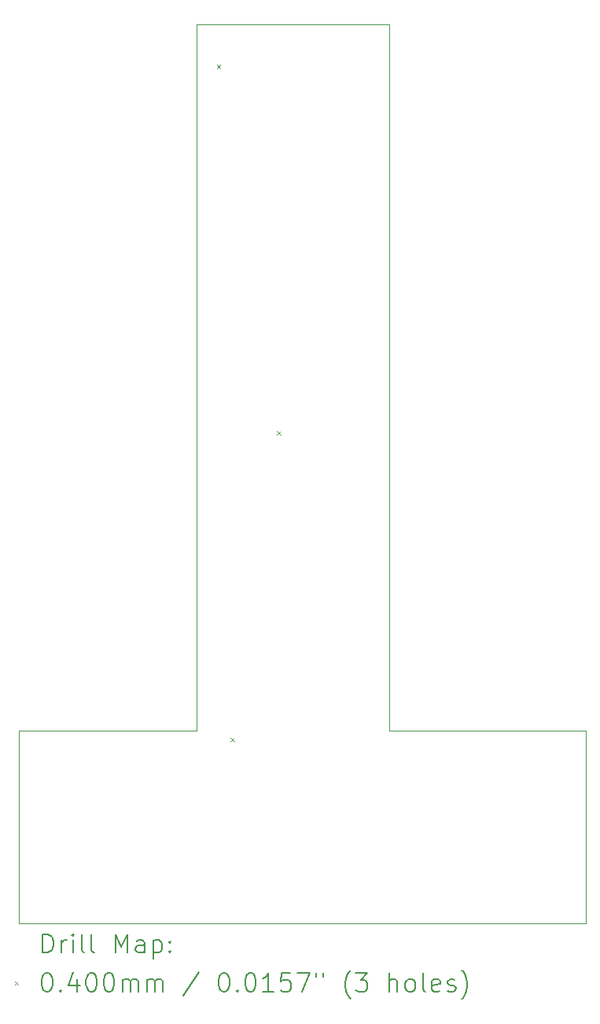
<source format=gbr>
%TF.GenerationSoftware,KiCad,Pcbnew,8.0.4*%
%TF.CreationDate,2024-07-29T14:44:43-07:00*%
%TF.ProjectId,3board_c,33626f61-7264-45f6-932e-6b696361645f,rev?*%
%TF.SameCoordinates,Original*%
%TF.FileFunction,Drillmap*%
%TF.FilePolarity,Positive*%
%FSLAX45Y45*%
G04 Gerber Fmt 4.5, Leading zero omitted, Abs format (unit mm)*
G04 Created by KiCad (PCBNEW 8.0.4) date 2024-07-29 14:44:43*
%MOMM*%
%LPD*%
G01*
G04 APERTURE LIST*
%ADD10C,0.100000*%
%ADD11C,0.200000*%
G04 APERTURE END LIST*
D10*
X15786000Y-2000000D02*
X15786000Y-9600000D01*
X11800000Y-9600000D02*
X13715000Y-9600000D01*
X17900000Y-9600000D02*
X17900000Y-11675000D01*
X15786000Y-9600000D02*
X17900000Y-9600000D01*
X13715000Y-9600000D02*
X13715000Y-2000000D01*
X11800000Y-11675000D02*
X11800000Y-9600000D01*
X13715000Y-2000000D02*
X15786000Y-2000000D01*
X17900000Y-11675000D02*
X11800000Y-11675000D01*
D11*
D10*
X13930000Y-2430000D02*
X13970000Y-2470000D01*
X13970000Y-2430000D02*
X13930000Y-2470000D01*
X14080000Y-9680000D02*
X14120000Y-9720000D01*
X14120000Y-9680000D02*
X14080000Y-9720000D01*
X14580000Y-6380000D02*
X14620000Y-6420000D01*
X14620000Y-6380000D02*
X14580000Y-6420000D01*
D11*
X12055777Y-11991484D02*
X12055777Y-11791484D01*
X12055777Y-11791484D02*
X12103396Y-11791484D01*
X12103396Y-11791484D02*
X12131967Y-11801008D01*
X12131967Y-11801008D02*
X12151015Y-11820055D01*
X12151015Y-11820055D02*
X12160539Y-11839103D01*
X12160539Y-11839103D02*
X12170062Y-11877198D01*
X12170062Y-11877198D02*
X12170062Y-11905769D01*
X12170062Y-11905769D02*
X12160539Y-11943865D01*
X12160539Y-11943865D02*
X12151015Y-11962912D01*
X12151015Y-11962912D02*
X12131967Y-11981960D01*
X12131967Y-11981960D02*
X12103396Y-11991484D01*
X12103396Y-11991484D02*
X12055777Y-11991484D01*
X12255777Y-11991484D02*
X12255777Y-11858150D01*
X12255777Y-11896246D02*
X12265301Y-11877198D01*
X12265301Y-11877198D02*
X12274824Y-11867674D01*
X12274824Y-11867674D02*
X12293872Y-11858150D01*
X12293872Y-11858150D02*
X12312920Y-11858150D01*
X12379586Y-11991484D02*
X12379586Y-11858150D01*
X12379586Y-11791484D02*
X12370062Y-11801008D01*
X12370062Y-11801008D02*
X12379586Y-11810531D01*
X12379586Y-11810531D02*
X12389110Y-11801008D01*
X12389110Y-11801008D02*
X12379586Y-11791484D01*
X12379586Y-11791484D02*
X12379586Y-11810531D01*
X12503396Y-11991484D02*
X12484348Y-11981960D01*
X12484348Y-11981960D02*
X12474824Y-11962912D01*
X12474824Y-11962912D02*
X12474824Y-11791484D01*
X12608158Y-11991484D02*
X12589110Y-11981960D01*
X12589110Y-11981960D02*
X12579586Y-11962912D01*
X12579586Y-11962912D02*
X12579586Y-11791484D01*
X12836729Y-11991484D02*
X12836729Y-11791484D01*
X12836729Y-11791484D02*
X12903396Y-11934341D01*
X12903396Y-11934341D02*
X12970062Y-11791484D01*
X12970062Y-11791484D02*
X12970062Y-11991484D01*
X13151015Y-11991484D02*
X13151015Y-11886722D01*
X13151015Y-11886722D02*
X13141491Y-11867674D01*
X13141491Y-11867674D02*
X13122443Y-11858150D01*
X13122443Y-11858150D02*
X13084348Y-11858150D01*
X13084348Y-11858150D02*
X13065301Y-11867674D01*
X13151015Y-11981960D02*
X13131967Y-11991484D01*
X13131967Y-11991484D02*
X13084348Y-11991484D01*
X13084348Y-11991484D02*
X13065301Y-11981960D01*
X13065301Y-11981960D02*
X13055777Y-11962912D01*
X13055777Y-11962912D02*
X13055777Y-11943865D01*
X13055777Y-11943865D02*
X13065301Y-11924817D01*
X13065301Y-11924817D02*
X13084348Y-11915293D01*
X13084348Y-11915293D02*
X13131967Y-11915293D01*
X13131967Y-11915293D02*
X13151015Y-11905769D01*
X13246253Y-11858150D02*
X13246253Y-12058150D01*
X13246253Y-11867674D02*
X13265301Y-11858150D01*
X13265301Y-11858150D02*
X13303396Y-11858150D01*
X13303396Y-11858150D02*
X13322443Y-11867674D01*
X13322443Y-11867674D02*
X13331967Y-11877198D01*
X13331967Y-11877198D02*
X13341491Y-11896246D01*
X13341491Y-11896246D02*
X13341491Y-11953388D01*
X13341491Y-11953388D02*
X13331967Y-11972436D01*
X13331967Y-11972436D02*
X13322443Y-11981960D01*
X13322443Y-11981960D02*
X13303396Y-11991484D01*
X13303396Y-11991484D02*
X13265301Y-11991484D01*
X13265301Y-11991484D02*
X13246253Y-11981960D01*
X13427205Y-11972436D02*
X13436729Y-11981960D01*
X13436729Y-11981960D02*
X13427205Y-11991484D01*
X13427205Y-11991484D02*
X13417682Y-11981960D01*
X13417682Y-11981960D02*
X13427205Y-11972436D01*
X13427205Y-11972436D02*
X13427205Y-11991484D01*
X13427205Y-11867674D02*
X13436729Y-11877198D01*
X13436729Y-11877198D02*
X13427205Y-11886722D01*
X13427205Y-11886722D02*
X13417682Y-11877198D01*
X13417682Y-11877198D02*
X13427205Y-11867674D01*
X13427205Y-11867674D02*
X13427205Y-11886722D01*
D10*
X11755000Y-12300000D02*
X11795000Y-12340000D01*
X11795000Y-12300000D02*
X11755000Y-12340000D01*
D11*
X12093872Y-12211484D02*
X12112920Y-12211484D01*
X12112920Y-12211484D02*
X12131967Y-12221008D01*
X12131967Y-12221008D02*
X12141491Y-12230531D01*
X12141491Y-12230531D02*
X12151015Y-12249579D01*
X12151015Y-12249579D02*
X12160539Y-12287674D01*
X12160539Y-12287674D02*
X12160539Y-12335293D01*
X12160539Y-12335293D02*
X12151015Y-12373388D01*
X12151015Y-12373388D02*
X12141491Y-12392436D01*
X12141491Y-12392436D02*
X12131967Y-12401960D01*
X12131967Y-12401960D02*
X12112920Y-12411484D01*
X12112920Y-12411484D02*
X12093872Y-12411484D01*
X12093872Y-12411484D02*
X12074824Y-12401960D01*
X12074824Y-12401960D02*
X12065301Y-12392436D01*
X12065301Y-12392436D02*
X12055777Y-12373388D01*
X12055777Y-12373388D02*
X12046253Y-12335293D01*
X12046253Y-12335293D02*
X12046253Y-12287674D01*
X12046253Y-12287674D02*
X12055777Y-12249579D01*
X12055777Y-12249579D02*
X12065301Y-12230531D01*
X12065301Y-12230531D02*
X12074824Y-12221008D01*
X12074824Y-12221008D02*
X12093872Y-12211484D01*
X12246253Y-12392436D02*
X12255777Y-12401960D01*
X12255777Y-12401960D02*
X12246253Y-12411484D01*
X12246253Y-12411484D02*
X12236729Y-12401960D01*
X12236729Y-12401960D02*
X12246253Y-12392436D01*
X12246253Y-12392436D02*
X12246253Y-12411484D01*
X12427205Y-12278150D02*
X12427205Y-12411484D01*
X12379586Y-12201960D02*
X12331967Y-12344817D01*
X12331967Y-12344817D02*
X12455777Y-12344817D01*
X12570062Y-12211484D02*
X12589110Y-12211484D01*
X12589110Y-12211484D02*
X12608158Y-12221008D01*
X12608158Y-12221008D02*
X12617682Y-12230531D01*
X12617682Y-12230531D02*
X12627205Y-12249579D01*
X12627205Y-12249579D02*
X12636729Y-12287674D01*
X12636729Y-12287674D02*
X12636729Y-12335293D01*
X12636729Y-12335293D02*
X12627205Y-12373388D01*
X12627205Y-12373388D02*
X12617682Y-12392436D01*
X12617682Y-12392436D02*
X12608158Y-12401960D01*
X12608158Y-12401960D02*
X12589110Y-12411484D01*
X12589110Y-12411484D02*
X12570062Y-12411484D01*
X12570062Y-12411484D02*
X12551015Y-12401960D01*
X12551015Y-12401960D02*
X12541491Y-12392436D01*
X12541491Y-12392436D02*
X12531967Y-12373388D01*
X12531967Y-12373388D02*
X12522443Y-12335293D01*
X12522443Y-12335293D02*
X12522443Y-12287674D01*
X12522443Y-12287674D02*
X12531967Y-12249579D01*
X12531967Y-12249579D02*
X12541491Y-12230531D01*
X12541491Y-12230531D02*
X12551015Y-12221008D01*
X12551015Y-12221008D02*
X12570062Y-12211484D01*
X12760539Y-12211484D02*
X12779586Y-12211484D01*
X12779586Y-12211484D02*
X12798634Y-12221008D01*
X12798634Y-12221008D02*
X12808158Y-12230531D01*
X12808158Y-12230531D02*
X12817682Y-12249579D01*
X12817682Y-12249579D02*
X12827205Y-12287674D01*
X12827205Y-12287674D02*
X12827205Y-12335293D01*
X12827205Y-12335293D02*
X12817682Y-12373388D01*
X12817682Y-12373388D02*
X12808158Y-12392436D01*
X12808158Y-12392436D02*
X12798634Y-12401960D01*
X12798634Y-12401960D02*
X12779586Y-12411484D01*
X12779586Y-12411484D02*
X12760539Y-12411484D01*
X12760539Y-12411484D02*
X12741491Y-12401960D01*
X12741491Y-12401960D02*
X12731967Y-12392436D01*
X12731967Y-12392436D02*
X12722443Y-12373388D01*
X12722443Y-12373388D02*
X12712920Y-12335293D01*
X12712920Y-12335293D02*
X12712920Y-12287674D01*
X12712920Y-12287674D02*
X12722443Y-12249579D01*
X12722443Y-12249579D02*
X12731967Y-12230531D01*
X12731967Y-12230531D02*
X12741491Y-12221008D01*
X12741491Y-12221008D02*
X12760539Y-12211484D01*
X12912920Y-12411484D02*
X12912920Y-12278150D01*
X12912920Y-12297198D02*
X12922443Y-12287674D01*
X12922443Y-12287674D02*
X12941491Y-12278150D01*
X12941491Y-12278150D02*
X12970063Y-12278150D01*
X12970063Y-12278150D02*
X12989110Y-12287674D01*
X12989110Y-12287674D02*
X12998634Y-12306722D01*
X12998634Y-12306722D02*
X12998634Y-12411484D01*
X12998634Y-12306722D02*
X13008158Y-12287674D01*
X13008158Y-12287674D02*
X13027205Y-12278150D01*
X13027205Y-12278150D02*
X13055777Y-12278150D01*
X13055777Y-12278150D02*
X13074824Y-12287674D01*
X13074824Y-12287674D02*
X13084348Y-12306722D01*
X13084348Y-12306722D02*
X13084348Y-12411484D01*
X13179586Y-12411484D02*
X13179586Y-12278150D01*
X13179586Y-12297198D02*
X13189110Y-12287674D01*
X13189110Y-12287674D02*
X13208158Y-12278150D01*
X13208158Y-12278150D02*
X13236729Y-12278150D01*
X13236729Y-12278150D02*
X13255777Y-12287674D01*
X13255777Y-12287674D02*
X13265301Y-12306722D01*
X13265301Y-12306722D02*
X13265301Y-12411484D01*
X13265301Y-12306722D02*
X13274824Y-12287674D01*
X13274824Y-12287674D02*
X13293872Y-12278150D01*
X13293872Y-12278150D02*
X13322443Y-12278150D01*
X13322443Y-12278150D02*
X13341491Y-12287674D01*
X13341491Y-12287674D02*
X13351015Y-12306722D01*
X13351015Y-12306722D02*
X13351015Y-12411484D01*
X13741491Y-12201960D02*
X13570063Y-12459103D01*
X13998634Y-12211484D02*
X14017682Y-12211484D01*
X14017682Y-12211484D02*
X14036729Y-12221008D01*
X14036729Y-12221008D02*
X14046253Y-12230531D01*
X14046253Y-12230531D02*
X14055777Y-12249579D01*
X14055777Y-12249579D02*
X14065301Y-12287674D01*
X14065301Y-12287674D02*
X14065301Y-12335293D01*
X14065301Y-12335293D02*
X14055777Y-12373388D01*
X14055777Y-12373388D02*
X14046253Y-12392436D01*
X14046253Y-12392436D02*
X14036729Y-12401960D01*
X14036729Y-12401960D02*
X14017682Y-12411484D01*
X14017682Y-12411484D02*
X13998634Y-12411484D01*
X13998634Y-12411484D02*
X13979586Y-12401960D01*
X13979586Y-12401960D02*
X13970063Y-12392436D01*
X13970063Y-12392436D02*
X13960539Y-12373388D01*
X13960539Y-12373388D02*
X13951015Y-12335293D01*
X13951015Y-12335293D02*
X13951015Y-12287674D01*
X13951015Y-12287674D02*
X13960539Y-12249579D01*
X13960539Y-12249579D02*
X13970063Y-12230531D01*
X13970063Y-12230531D02*
X13979586Y-12221008D01*
X13979586Y-12221008D02*
X13998634Y-12211484D01*
X14151015Y-12392436D02*
X14160539Y-12401960D01*
X14160539Y-12401960D02*
X14151015Y-12411484D01*
X14151015Y-12411484D02*
X14141491Y-12401960D01*
X14141491Y-12401960D02*
X14151015Y-12392436D01*
X14151015Y-12392436D02*
X14151015Y-12411484D01*
X14284348Y-12211484D02*
X14303396Y-12211484D01*
X14303396Y-12211484D02*
X14322444Y-12221008D01*
X14322444Y-12221008D02*
X14331967Y-12230531D01*
X14331967Y-12230531D02*
X14341491Y-12249579D01*
X14341491Y-12249579D02*
X14351015Y-12287674D01*
X14351015Y-12287674D02*
X14351015Y-12335293D01*
X14351015Y-12335293D02*
X14341491Y-12373388D01*
X14341491Y-12373388D02*
X14331967Y-12392436D01*
X14331967Y-12392436D02*
X14322444Y-12401960D01*
X14322444Y-12401960D02*
X14303396Y-12411484D01*
X14303396Y-12411484D02*
X14284348Y-12411484D01*
X14284348Y-12411484D02*
X14265301Y-12401960D01*
X14265301Y-12401960D02*
X14255777Y-12392436D01*
X14255777Y-12392436D02*
X14246253Y-12373388D01*
X14246253Y-12373388D02*
X14236729Y-12335293D01*
X14236729Y-12335293D02*
X14236729Y-12287674D01*
X14236729Y-12287674D02*
X14246253Y-12249579D01*
X14246253Y-12249579D02*
X14255777Y-12230531D01*
X14255777Y-12230531D02*
X14265301Y-12221008D01*
X14265301Y-12221008D02*
X14284348Y-12211484D01*
X14541491Y-12411484D02*
X14427206Y-12411484D01*
X14484348Y-12411484D02*
X14484348Y-12211484D01*
X14484348Y-12211484D02*
X14465301Y-12240055D01*
X14465301Y-12240055D02*
X14446253Y-12259103D01*
X14446253Y-12259103D02*
X14427206Y-12268627D01*
X14722444Y-12211484D02*
X14627206Y-12211484D01*
X14627206Y-12211484D02*
X14617682Y-12306722D01*
X14617682Y-12306722D02*
X14627206Y-12297198D01*
X14627206Y-12297198D02*
X14646253Y-12287674D01*
X14646253Y-12287674D02*
X14693872Y-12287674D01*
X14693872Y-12287674D02*
X14712920Y-12297198D01*
X14712920Y-12297198D02*
X14722444Y-12306722D01*
X14722444Y-12306722D02*
X14731967Y-12325769D01*
X14731967Y-12325769D02*
X14731967Y-12373388D01*
X14731967Y-12373388D02*
X14722444Y-12392436D01*
X14722444Y-12392436D02*
X14712920Y-12401960D01*
X14712920Y-12401960D02*
X14693872Y-12411484D01*
X14693872Y-12411484D02*
X14646253Y-12411484D01*
X14646253Y-12411484D02*
X14627206Y-12401960D01*
X14627206Y-12401960D02*
X14617682Y-12392436D01*
X14798634Y-12211484D02*
X14931967Y-12211484D01*
X14931967Y-12211484D02*
X14846253Y-12411484D01*
X14998634Y-12211484D02*
X14998634Y-12249579D01*
X15074825Y-12211484D02*
X15074825Y-12249579D01*
X15370063Y-12487674D02*
X15360539Y-12478150D01*
X15360539Y-12478150D02*
X15341491Y-12449579D01*
X15341491Y-12449579D02*
X15331968Y-12430531D01*
X15331968Y-12430531D02*
X15322444Y-12401960D01*
X15322444Y-12401960D02*
X15312920Y-12354341D01*
X15312920Y-12354341D02*
X15312920Y-12316246D01*
X15312920Y-12316246D02*
X15322444Y-12268627D01*
X15322444Y-12268627D02*
X15331968Y-12240055D01*
X15331968Y-12240055D02*
X15341491Y-12221008D01*
X15341491Y-12221008D02*
X15360539Y-12192436D01*
X15360539Y-12192436D02*
X15370063Y-12182912D01*
X15427206Y-12211484D02*
X15551015Y-12211484D01*
X15551015Y-12211484D02*
X15484348Y-12287674D01*
X15484348Y-12287674D02*
X15512920Y-12287674D01*
X15512920Y-12287674D02*
X15531968Y-12297198D01*
X15531968Y-12297198D02*
X15541491Y-12306722D01*
X15541491Y-12306722D02*
X15551015Y-12325769D01*
X15551015Y-12325769D02*
X15551015Y-12373388D01*
X15551015Y-12373388D02*
X15541491Y-12392436D01*
X15541491Y-12392436D02*
X15531968Y-12401960D01*
X15531968Y-12401960D02*
X15512920Y-12411484D01*
X15512920Y-12411484D02*
X15455777Y-12411484D01*
X15455777Y-12411484D02*
X15436729Y-12401960D01*
X15436729Y-12401960D02*
X15427206Y-12392436D01*
X15789110Y-12411484D02*
X15789110Y-12211484D01*
X15874825Y-12411484D02*
X15874825Y-12306722D01*
X15874825Y-12306722D02*
X15865301Y-12287674D01*
X15865301Y-12287674D02*
X15846253Y-12278150D01*
X15846253Y-12278150D02*
X15817682Y-12278150D01*
X15817682Y-12278150D02*
X15798634Y-12287674D01*
X15798634Y-12287674D02*
X15789110Y-12297198D01*
X15998634Y-12411484D02*
X15979587Y-12401960D01*
X15979587Y-12401960D02*
X15970063Y-12392436D01*
X15970063Y-12392436D02*
X15960539Y-12373388D01*
X15960539Y-12373388D02*
X15960539Y-12316246D01*
X15960539Y-12316246D02*
X15970063Y-12297198D01*
X15970063Y-12297198D02*
X15979587Y-12287674D01*
X15979587Y-12287674D02*
X15998634Y-12278150D01*
X15998634Y-12278150D02*
X16027206Y-12278150D01*
X16027206Y-12278150D02*
X16046253Y-12287674D01*
X16046253Y-12287674D02*
X16055777Y-12297198D01*
X16055777Y-12297198D02*
X16065301Y-12316246D01*
X16065301Y-12316246D02*
X16065301Y-12373388D01*
X16065301Y-12373388D02*
X16055777Y-12392436D01*
X16055777Y-12392436D02*
X16046253Y-12401960D01*
X16046253Y-12401960D02*
X16027206Y-12411484D01*
X16027206Y-12411484D02*
X15998634Y-12411484D01*
X16179587Y-12411484D02*
X16160539Y-12401960D01*
X16160539Y-12401960D02*
X16151015Y-12382912D01*
X16151015Y-12382912D02*
X16151015Y-12211484D01*
X16331968Y-12401960D02*
X16312920Y-12411484D01*
X16312920Y-12411484D02*
X16274825Y-12411484D01*
X16274825Y-12411484D02*
X16255777Y-12401960D01*
X16255777Y-12401960D02*
X16246253Y-12382912D01*
X16246253Y-12382912D02*
X16246253Y-12306722D01*
X16246253Y-12306722D02*
X16255777Y-12287674D01*
X16255777Y-12287674D02*
X16274825Y-12278150D01*
X16274825Y-12278150D02*
X16312920Y-12278150D01*
X16312920Y-12278150D02*
X16331968Y-12287674D01*
X16331968Y-12287674D02*
X16341491Y-12306722D01*
X16341491Y-12306722D02*
X16341491Y-12325769D01*
X16341491Y-12325769D02*
X16246253Y-12344817D01*
X16417682Y-12401960D02*
X16436730Y-12411484D01*
X16436730Y-12411484D02*
X16474825Y-12411484D01*
X16474825Y-12411484D02*
X16493872Y-12401960D01*
X16493872Y-12401960D02*
X16503396Y-12382912D01*
X16503396Y-12382912D02*
X16503396Y-12373388D01*
X16503396Y-12373388D02*
X16493872Y-12354341D01*
X16493872Y-12354341D02*
X16474825Y-12344817D01*
X16474825Y-12344817D02*
X16446253Y-12344817D01*
X16446253Y-12344817D02*
X16427206Y-12335293D01*
X16427206Y-12335293D02*
X16417682Y-12316246D01*
X16417682Y-12316246D02*
X16417682Y-12306722D01*
X16417682Y-12306722D02*
X16427206Y-12287674D01*
X16427206Y-12287674D02*
X16446253Y-12278150D01*
X16446253Y-12278150D02*
X16474825Y-12278150D01*
X16474825Y-12278150D02*
X16493872Y-12287674D01*
X16570063Y-12487674D02*
X16579587Y-12478150D01*
X16579587Y-12478150D02*
X16598634Y-12449579D01*
X16598634Y-12449579D02*
X16608158Y-12430531D01*
X16608158Y-12430531D02*
X16617682Y-12401960D01*
X16617682Y-12401960D02*
X16627206Y-12354341D01*
X16627206Y-12354341D02*
X16627206Y-12316246D01*
X16627206Y-12316246D02*
X16617682Y-12268627D01*
X16617682Y-12268627D02*
X16608158Y-12240055D01*
X16608158Y-12240055D02*
X16598634Y-12221008D01*
X16598634Y-12221008D02*
X16579587Y-12192436D01*
X16579587Y-12192436D02*
X16570063Y-12182912D01*
M02*

</source>
